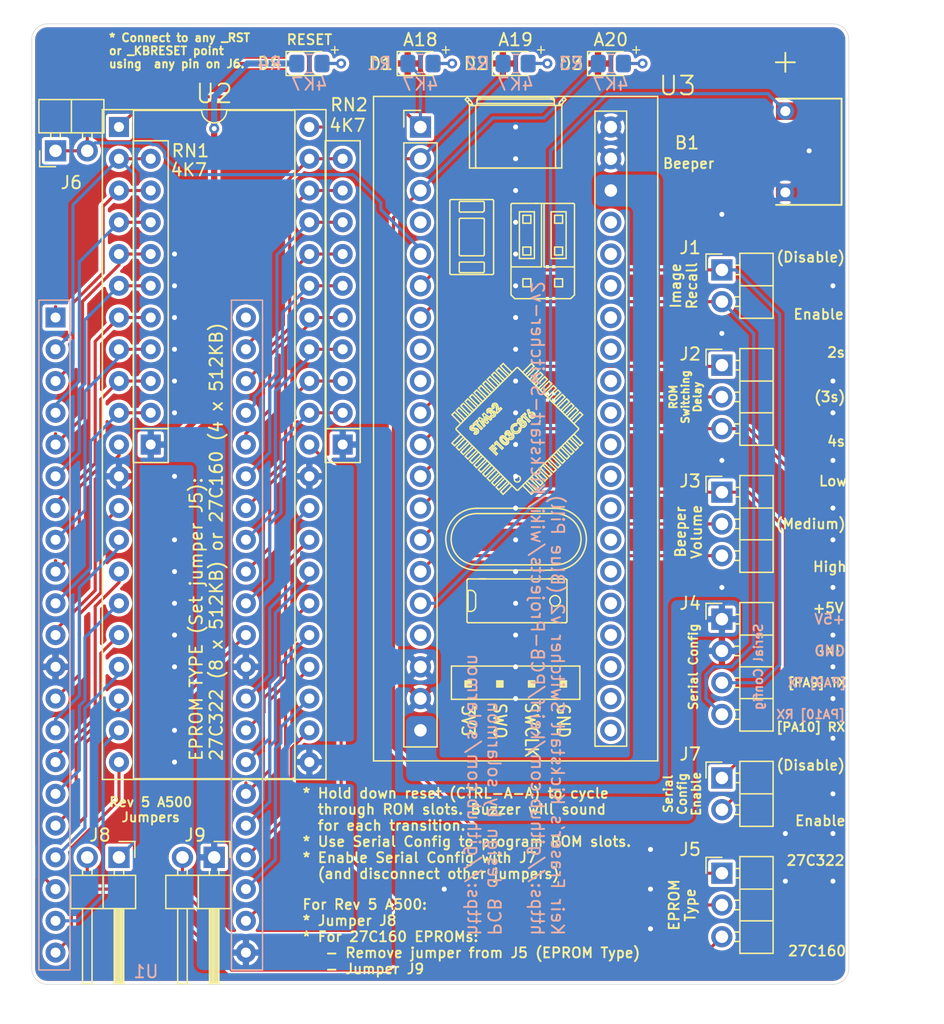
<source format=kicad_pcb>
(kicad_pcb (version 20171130) (host pcbnew "(5.1.9)-1")
  (title_block (title "Blue Pill Kickstart Switcher") (date 2021-09-04) (rev 2) (comment 1 "Keir Fraser's Kickstart Switcher v2 (Blue Pill)") (comment 2 https://github.com/keirf/PCB-Projects/wiki/Kickstart-Switcher-v2) (comment 3 "PCB design by solarmon") (comment 4 https://github.com/solarmon))
  (layers (0 F.Cu signal) (31 B.Cu signal) (34 B.Paste user) (35 F.Paste user) (36 B.SilkS user) (37 F.SilkS user) (38 B.Mask user) (39 F.Mask user) (44 Edge.Cuts user))
  (net 0 "")
  (net 1 "Net-(U1-Pad42)")
  (net 2 D11)
  (net 3 A8)
  (net 4 D3)
  (net 5 A9)
  (net 6 D10)
  (net 7 A10)
  (net 8 D2)
  (net 9 A11)
  (net 10 D9)
  (net 11 A12)
  (net 12 D1)
  (net 13 A13)
  (net 14 D8)
  (net 15 A14)
  (net 16 D0)
  (net 17 A15)
  (net 18 OE)
  (net 19 A16)
  (net 20 GND)
  (net 21 CS)
  (net 22 A0)
  (net 23 D15)
  (net 24 A1)
  (net 25 D7)
  (net 26 A2)
  (net 27 D14)
  (net 28 A3)
  (net 29 D6)
  (net 30 A4)
  (net 31 D13)
  (net 32 A5)
  (net 33 D5)
  (net 34 A6)
  (net 35 D12)
  (net 36 A7)
  (net 37 D4)
  (net 38 A17)
  (net 39 "Net-(U1-Pad1)")
  (net 40 "Net-(U3-Pad37)")
  (net 41 "Net-(U3-Pad4)")
  (net 42 "Net-(U3-Pad36)")
  (net 43 "Net-(U3-Pad35)")
  (net 44 "Net-(U3-Pad34)")
  (net 45 "Net-(U3-Pad33)")
  (net 46 "Net-(U3-Pad8)")
  (net 47 "Net-(U3-Pad32)")
  (net 48 "Net-(U3-Pad9)")
  (net 49 "Net-(U3-Pad31)")
  (net 50 "Net-(U3-Pad30)")
  (net 51 "Net-(U3-Pad29)")
  (net 52 "Net-(U3-Pad28)")
  (net 53 "Net-(U3-Pad27)")
  (net 54 "Net-(U3-Pad26)")
  (net 55 "Net-(U3-Pad25)")
  (net 56 "Net-(U3-Pad24)")
  (net 57 "Net-(U3-Pad23)")
  (net 58 "Net-(U3-Pad22)")
  (net 59 "Net-(U3-Pad21)")
  (net 60 +5V)
  (net 61 +3V3)
  (net 62 PA10)
  (net 63 PA9)
  (net 64 PB4)
  (net 65 PB3)
  (net 66 PA15)
  (net 67 PB7)
  (net 68 PB6)
  (net 69 PB5)
  (net 70 PB9)
  (net 71 A20)
  (net 72 EPROM_PIN32_A20)
  (net 73 EPROM_PIN42_A19)
  (net 74 EPROM_PIN1_A18)
  (net 75 PB8)
  (net 76 PA8)
  (net 77 PB14_A20)
  (net 78 "Net-(D1-Pad2)")
  (net 79 "Net-(D2-Pad2)")
  (net 80 "Net-(D3-Pad2)")
  (net 81 "Net-(D4-Pad2)")
  (module Resistor_SMD:R_0805_2012Metric_Pad1.20x1.40mm_HandSolder (layer B.Cu) (at 139.7 71.12 180)
    (fp_text reference R4 (at 3.175 0) (layer B.SilkS) (effects (justify mirror)))
    (fp_text value 4K7 (at 0 -1.65) (layer B.SilkS) (effects (justify mirror)))
    (pad 2 smd roundrect (at 1 0 180) (size 1.2 1.4) (layers B.Cu B.Paste B.Mask) (roundrect_rratio 0.2083325) (net 60 +5V))
    (pad 1 smd roundrect (at -1 0 180) (size 1.2 1.4) (layers B.Cu B.Paste B.Mask) (roundrect_rratio 0.2083325) (net 81 "Net-(D4-Pad2)"))
  )
  (module LED_SMD:LED_0805_2012Metric_Pad1.15x1.40mm_HandSolder (layer F.Cu) (at 139.7 71.12)
    (fp_text reference D4 (at -3.175 0) (layer F.SilkS))
    (fp_text value LED)
    (pad 2 smd roundrect (at 1.025 0) (size 1.15 1.4) (layers F.Cu F.Paste F.Mask) (roundrect_rratio 0.2173904347826087) (net 81 "Net-(D4-Pad2)"))
    (pad 1 smd roundrect (at -1.025 0) (size 1.15 1.4) (layers F.Cu F.Paste F.Mask) (roundrect_rratio 0.2173904347826087) (net 76 PA8))
  )
  (module Resistor_THT:R_Array_SIP10 (layer F.Cu) (at 142.367 101.6 90)
    (fp_text reference RN2 (at 27.178 0.508 180) (layer F.SilkS))
    (fp_text value 4K7 (at 25.527 0.381 180) (layer F.SilkS))
    (pad 10 thru_hole oval (at 22.86 0 90) (size 1.6 1.6) (drill 0.8) (layers *.Cu *.Mask) (net 3 A8))
    (pad 9 thru_hole oval (at 20.32 0 90) (size 1.6 1.6) (drill 0.8) (layers *.Cu *.Mask) (net 5 A9))
    (pad 8 thru_hole oval (at 17.78 0 90) (size 1.6 1.6) (drill 0.8) (layers *.Cu *.Mask) (net 7 A10))
    (pad 7 thru_hole oval (at 15.24 0 90) (size 1.6 1.6) (drill 0.8) (layers *.Cu *.Mask) (net 9 A11))
    (pad 6 thru_hole oval (at 12.7 0 90) (size 1.6 1.6) (drill 0.8) (layers *.Cu *.Mask) (net 11 A12))
    (pad 5 thru_hole oval (at 10.16 0 90) (size 1.6 1.6) (drill 0.8) (layers *.Cu *.Mask) (net 13 A13))
    (pad 4 thru_hole oval (at 7.62 0 90) (size 1.6 1.6) (drill 0.8) (layers *.Cu *.Mask) (net 15 A14))
    (pad 3 thru_hole oval (at 5.08 0 90) (size 1.6 1.6) (drill 0.8) (layers *.Cu *.Mask) (net 17 A15))
    (pad 2 thru_hole oval (at 2.54 0 90) (size 1.6 1.6) (drill 0.8) (layers *.Cu *.Mask) (net 19 A16))
    (pad 1 thru_hole rect (at 0 0 90) (size 1.6 1.6) (drill 0.8) (layers *.Cu *.Mask) (net 60 +5V))
  )
  (module Resistor_THT:R_Array_SIP10 (layer F.Cu) (at 127 101.6 90)
    (fp_text reference RN1 (at 23.495 3.175 180) (layer F.SilkS))
    (fp_text value 4K7 (at 21.971 3.048 180) (layer F.SilkS))
    (pad 1 thru_hole rect (at 0 0 90) (size 1.6 1.6) (drill 0.8) (layers *.Cu *.Mask) (net 60 +5V))
    (pad 2 thru_hole oval (at 2.54 0 90) (size 1.6 1.6) (drill 0.8) (layers *.Cu *.Mask) (net 22 A0))
    (pad 3 thru_hole oval (at 5.08 0 90) (size 1.6 1.6) (drill 0.8) (layers *.Cu *.Mask) (net 24 A1))
    (pad 4 thru_hole oval (at 7.62 0 90) (size 1.6 1.6) (drill 0.8) (layers *.Cu *.Mask) (net 26 A2))
    (pad 5 thru_hole oval (at 10.16 0 90) (size 1.6 1.6) (drill 0.8) (layers *.Cu *.Mask) (net 28 A3))
    (pad 6 thru_hole oval (at 12.7 0 90) (size 1.6 1.6) (drill 0.8) (layers *.Cu *.Mask) (net 30 A4))
    (pad 7 thru_hole oval (at 15.24 0 90) (size 1.6 1.6) (drill 0.8) (layers *.Cu *.Mask) (net 32 A5))
    (pad 8 thru_hole oval (at 17.78 0 90) (size 1.6 1.6) (drill 0.8) (layers *.Cu *.Mask) (net 34 A6))
    (pad 9 thru_hole oval (at 20.32 0 90) (size 1.6 1.6) (drill 0.8) (layers *.Cu *.Mask) (net 36 A7))
    (pad 10 thru_hole oval (at 22.86 0 90) (size 1.6 1.6) (drill 0.8) (layers *.Cu *.Mask) (net 38 A17))
  )
  (module Connector_PinHeader_2.54mm:PinHeader_1x02_P2.54mm_Horizontal (layer F.Cu) (at 132.08 134.62 270)
    (fp_text reference J9 (at -1.778 1.524 180) (layer F.SilkS))
    (fp_text value Conn_01x02)
    (pad 2 thru_hole oval (at 0 2.54 270) (size 1.7 1.7) (drill 1) (layers *.Cu *.Mask) (net 72 EPROM_PIN32_A20))
    (pad 1 thru_hole rect (at 0 0 270) (size 1.7 1.7) (drill 1) (layers *.Cu *.Mask) (net 60 +5V))
  )
  (module Connector_PinHeader_2.54mm:PinHeader_1x02_P2.54mm_Horizontal (layer F.Cu) (at 124.46 134.62 270)
    (fp_text reference J8 (at -1.778 1.524 180) (layer F.SilkS))
    (fp_text value Conn_01x02)
    (pad 2 thru_hole oval (at 0 2.54 270) (size 1.7 1.7) (drill 1) (layers *.Cu *.Mask) (net 71 A20))
    (pad 1 thru_hole rect (at 0 0 270) (size 1.7 1.7) (drill 1) (layers *.Cu *.Mask) (net 38 A17))
  )
  (module Resistor_SMD:R_0805_2012Metric_Pad1.20x1.40mm_HandSolder (layer B.Cu) (at 163.83 71.12 180)
    (fp_text reference R3 (at 3.175 0 180) (layer B.SilkS) (effects (justify mirror)))
    (fp_text value 4K7 (at 0 -1.65) (layer B.SilkS) (effects (justify mirror)))
    (pad 2 smd roundrect (at 1 0 180) (size 1.2 1.4) (layers B.Cu B.Paste B.Mask) (roundrect_rratio 0.2083325) (net 77 PB14_A20))
    (pad 1 smd roundrect (at -1 0 180) (size 1.2 1.4) (layers B.Cu B.Paste B.Mask) (roundrect_rratio 0.2083325) (net 80 "Net-(D3-Pad2)"))
  )
  (module Resistor_SMD:R_0805_2012Metric_Pad1.20x1.40mm_HandSolder (layer B.Cu) (at 156.21 71.12 180)
    (fp_text reference R2 (at 3.048 0 180) (layer B.SilkS) (effects (justify mirror)))
    (fp_text value 4K7 (at 0 -1.65) (layer B.SilkS) (effects (justify mirror)))
    (pad 2 smd roundrect (at 1 0 180) (size 1.2 1.4) (layers B.Cu B.Paste B.Mask) (roundrect_rratio 0.2083325) (net 73 EPROM_PIN42_A19))
    (pad 1 smd roundrect (at -1 0 180) (size 1.2 1.4) (layers B.Cu B.Paste B.Mask) (roundrect_rratio 0.2083325) (net 79 "Net-(D2-Pad2)"))
  )
  (module Resistor_SMD:R_0805_2012Metric_Pad1.20x1.40mm_HandSolder (layer B.Cu) (at 148.59 71.12 180)
    (fp_text reference R1 (at 3.302 0) (layer B.SilkS) (effects (justify mirror)))
    (fp_text value 4K7 (at 0 -1.65) (layer B.SilkS) (effects (justify mirror)))
    (pad 2 smd roundrect (at 1 0 180) (size 1.2 1.4) (layers B.Cu B.Paste B.Mask) (roundrect_rratio 0.2083325) (net 74 EPROM_PIN1_A18))
    (pad 1 smd roundrect (at -1 0 180) (size 1.2 1.4) (layers B.Cu B.Paste B.Mask) (roundrect_rratio 0.2083325) (net 78 "Net-(D1-Pad2)"))
  )
  (module LED_SMD:LED_0805_2012Metric_Pad1.15x1.40mm_HandSolder (layer F.Cu) (at 163.83 71.12)
    (fp_text reference D3 (at -3.175 0) (layer F.SilkS))
    (fp_text value LED)
    (pad 2 smd roundrect (at 1.025 0) (size 1.15 1.4) (layers F.Cu F.Paste F.Mask) (roundrect_rratio 0.2173904347826087) (net 80 "Net-(D3-Pad2)"))
    (pad 1 smd roundrect (at -1.025 0) (size 1.15 1.4) (layers F.Cu F.Paste F.Mask) (roundrect_rratio 0.2173904347826087) (net 20 GND))
  )
  (module LED_SMD:LED_0805_2012Metric_Pad1.15x1.40mm_HandSolder (layer F.Cu) (at 156.21 71.12)
    (fp_text reference D2 (at -3.175 0) (layer F.SilkS))
    (fp_text value LED)
    (pad 2 smd roundrect (at 1.025 0) (size 1.15 1.4) (layers F.Cu F.Paste F.Mask) (roundrect_rratio 0.2173904347826087) (net 79 "Net-(D2-Pad2)"))
    (pad 1 smd roundrect (at -1.025 0) (size 1.15 1.4) (layers F.Cu F.Paste F.Mask) (roundrect_rratio 0.2173904347826087) (net 20 GND))
  )
  (module LED_SMD:LED_0805_2012Metric_Pad1.15x1.40mm_HandSolder (layer F.Cu) (at 148.59 71.12)
    (fp_text reference D1 (at -3.175 0) (layer F.SilkS))
    (fp_text value LED)
    (pad 2 smd roundrect (at 1.025 0) (size 1.15 1.4) (layers F.Cu F.Paste F.Mask) (roundrect_rratio 0.2173904347826087) (net 78 "Net-(D1-Pad2)"))
    (pad 1 smd roundrect (at -1.025 0) (size 1.15 1.4) (layers F.Cu F.Paste F.Mask) (roundrect_rratio 0.2173904347826087) (net 20 GND))
  )
  (module Connector_PinHeader_2.54mm:PinHeader_1x02_P2.54mm_Horizontal (layer F.Cu) (at 119.38 78.105 90)
    (fp_text reference J6 (at -2.54 1.27) (layer F.SilkS))
    (fp_text value Conn_01x02)
    (pad 2 thru_hole oval (at 0 2.54 90) (size 1.7 1.7) (drill 1) (layers *.Cu *.Mask) (net 76 PA8))
    (pad 1 thru_hole rect (at 0 0 90) (size 1.7 1.7) (drill 1) (layers *.Cu *.Mask) (net 76 PA8))
  )
  (module Kicad-STM32-master:YAAJ_BluePill_1 (layer F.Cu) (at 148.59 76.2)
    (fp_text reference U3 (at 20.574 -3.302) (layer F.SilkS) (effects (font (size 1.5 1.5))))
    (fp_text value YAAJ_BluePill_Part_Like hide)
    (fp_text user 3V3 (at 3.81 47.498 270 unlocked) (layer F.SilkS) (effects (font (size 1 0.9))))
    (fp_text user SWO (at 6.35 47.498 270 unlocked) (layer F.SilkS) (effects (font (size 1 0.9))))
    (fp_text user SWCLK (at 8.89 48.26 270 unlocked) (layer F.SilkS) (effects (font (size 1 0.9))))
    (fp_text user GND (at 11.43 47.498 270 unlocked) (layer F.SilkS) (effects (font (size 1 0.9))))
    (pad 40 thru_hole circle (at 15.24 0) (size 1.7 1.7) (drill 1) (layers *.Cu *.Mask) (net 20 GND))
    (pad 1 thru_hole rect (at 0 0) (size 1.7 1.7) (drill 1) (layers *.Cu *.Mask) (net 74 EPROM_PIN1_A18))
    (pad 39 thru_hole circle (at 15.24 2.54) (size 1.7 1.7) (drill 1) (layers *.Cu *.Mask) (net 20 GND))
    (pad 2 thru_hole circle (at 0 2.54) (size 1.7 1.7) (drill 1) (layers *.Cu *.Mask) (net 73 EPROM_PIN42_A19))
    (pad 38 thru_hole circle (at 15.24 5.08) (size 1.7 1.7) (drill 1) (layers *.Cu *.Mask) (net 61 +3V3))
    (pad 3 thru_hole circle (at 0 5.08) (size 1.7 1.7) (drill 1) (layers *.Cu *.Mask) (net 77 PB14_A20))
    (pad 37 thru_hole circle (at 15.24 7.62) (size 1.7 1.7) (drill 1) (layers *.Cu *.Mask) (net 40 "Net-(U3-Pad37)"))
    (pad 4 thru_hole circle (at 0 7.62) (size 1.7 1.7) (drill 1) (layers *.Cu *.Mask) (net 41 "Net-(U3-Pad4)"))
    (pad 36 thru_hole circle (at 15.24 10.16) (size 1.7 1.7) (drill 1) (layers *.Cu *.Mask) (net 42 "Net-(U3-Pad36)"))
    (pad 5 thru_hole circle (at 0 10.16) (size 1.7 1.7) (drill 1) (layers *.Cu *.Mask) (net 76 PA8))
    (pad 35 thru_hole circle (at 15.24 12.7) (size 1.7 1.7) (drill 1) (layers *.Cu *.Mask) (net 43 "Net-(U3-Pad35)"))
    (pad 6 thru_hole circle (at 0 12.7) (size 1.7 1.7) (drill 1) (layers *.Cu *.Mask) (net 63 PA9))
    (pad 34 thru_hole circle (at 15.24 15.24) (size 1.7 1.7) (drill 1) (layers *.Cu *.Mask) (net 44 "Net-(U3-Pad34)"))
    (pad 7 thru_hole circle (at 0 15.24) (size 1.7 1.7) (drill 1) (layers *.Cu *.Mask) (net 62 PA10))
    (pad 33 thru_hole circle (at 15.24 17.78) (size 1.7 1.7) (drill 1) (layers *.Cu *.Mask) (net 45 "Net-(U3-Pad33)"))
    (pad 8 thru_hole circle (at 0 17.78) (size 1.7 1.7) (drill 1) (layers *.Cu *.Mask) (net 46 "Net-(U3-Pad8)"))
    (pad 32 thru_hole circle (at 15.24 20.32) (size 1.7 1.7) (drill 1) (layers *.Cu *.Mask) (net 47 "Net-(U3-Pad32)"))
    (pad 9 thru_hole circle (at 0 20.32) (size 1.7 1.7) (drill 1) (layers *.Cu *.Mask) (net 48 "Net-(U3-Pad9)"))
    (pad 31 thru_hole circle (at 15.24 22.86) (size 1.7 1.7) (drill 1) (layers *.Cu *.Mask) (net 49 "Net-(U3-Pad31)"))
    (pad 10 thru_hole circle (at 0 22.86) (size 1.7 1.7) (drill 1) (layers *.Cu *.Mask) (net 66 PA15))
    (pad 30 thru_hole circle (at 15.24 25.4) (size 1.7 1.7) (drill 1) (layers *.Cu *.Mask) (net 50 "Net-(U3-Pad30)"))
    (pad 11 thru_hole circle (at 0 25.4) (size 1.7 1.7) (drill 1) (layers *.Cu *.Mask) (net 65 PB3))
    (pad 29 thru_hole circle (at 15.24 27.94) (size 1.7 1.7) (drill 1) (layers *.Cu *.Mask) (net 51 "Net-(U3-Pad29)"))
    (pad 12 thru_hole circle (at 0 27.94) (size 1.7 1.7) (drill 1) (layers *.Cu *.Mask) (net 64 PB4))
    (pad 28 thru_hole circle (at 15.24 30.48) (size 1.7 1.7) (drill 1) (layers *.Cu *.Mask) (net 52 "Net-(U3-Pad28)"))
    (pad 13 thru_hole circle (at 0 30.48) (size 1.7 1.7) (drill 1) (layers *.Cu *.Mask) (net 69 PB5))
    (pad 27 thru_hole circle (at 15.24 33.02) (size 1.7 1.7) (drill 1) (layers *.Cu *.Mask) (net 53 "Net-(U3-Pad27)"))
    (pad 14 thru_hole circle (at 0 33.02) (size 1.7 1.7) (drill 1) (layers *.Cu *.Mask) (net 68 PB6))
    (pad 26 thru_hole circle (at 15.24 35.56) (size 1.7 1.7) (drill 1) (layers *.Cu *.Mask) (net 54 "Net-(U3-Pad26)"))
    (pad 15 thru_hole circle (at 0 35.56) (size 1.7 1.7) (drill 1) (layers *.Cu *.Mask) (net 67 PB7))
    (pad 25 thru_hole circle (at 15.24 38.1) (size 1.7 1.7) (drill 1) (layers *.Cu *.Mask) (net 55 "Net-(U3-Pad25)"))
    (pad 16 thru_hole circle (at 0 38.1) (size 1.7 1.7) (drill 1) (layers *.Cu *.Mask) (net 75 PB8))
    (pad 24 thru_hole circle (at 15.24 40.64) (size 1.7 1.7) (drill 1) (layers *.Cu *.Mask) (net 56 "Net-(U3-Pad24)"))
    (pad 17 thru_hole circle (at 0 40.64) (size 1.7 1.7) (drill 1) (layers *.Cu *.Mask) (net 70 PB9))
    (pad 23 thru_hole circle (at 15.24 43.18) (size 1.7 1.7) (drill 1) (layers *.Cu *.Mask) (net 57 "Net-(U3-Pad23)"))
    (pad 18 thru_hole circle (at 0 43.18) (size 1.7 1.7) (drill 1) (layers *.Cu *.Mask) (net 60 +5V))
    (pad 22 thru_hole circle (at 15.24 45.72) (size 1.7 1.7) (drill 1) (layers *.Cu *.Mask) (net 58 "Net-(U3-Pad22)"))
    (pad 19 thru_hole circle (at 0 45.72) (size 1.7 1.7) (drill 1) (layers *.Cu *.Mask) (net 20 GND))
    (pad 21 thru_hole circle (at 15.24 48.26) (size 1.7 1.7) (drill 1) (layers *.Cu *.Mask) (net 59 "Net-(U3-Pad21)"))
    (pad 20 thru_hole circle (at 0 48.26) (size 1.7 1.7) (drill 1) (layers *.Cu *.Mask) (net 61 +3V3))
  )
  (module Connector_PinHeader_2.54mm:PinHeader_1x02_P2.54mm_Horizontal (layer F.Cu) (at 172.72 128.27)
    (fp_text reference J7 (at -2.54 -1.905) (layer F.SilkS))
    (fp_text value Conn_01x02)
    (pad 2 thru_hole oval (at 0 2.54) (size 1.7 1.7) (drill 1) (layers *.Cu *.Mask) (net 64 PB4))
    (pad 1 thru_hole rect (at 0 0) (size 1.7 1.7) (drill 1) (layers *.Cu *.Mask) (net 69 PB5))
  )
  (module Connector_PinHeader_2.54mm:PinHeader_1x03_P2.54mm_Horizontal (layer F.Cu) (at 172.72 135.89)
    (fp_text reference J5 (at -2.54 -1.905) (layer F.SilkS))
    (fp_text value Conn_01x03)
    (pad 3 thru_hole oval (at 0 5.08) (size 1.7 1.7) (drill 1) (layers *.Cu *.Mask) (net 71 A20))
    (pad 2 thru_hole oval (at 0 2.54) (size 1.7 1.7) (drill 1) (layers *.Cu *.Mask) (net 72 EPROM_PIN32_A20))
    (pad 1 thru_hole rect (at 0 0) (size 1.7 1.7) (drill 1) (layers *.Cu *.Mask) (net 77 PB14_A20))
  )
  (module Connector_PinHeader_2.54mm:PinHeader_1x04_P2.54mm_Horizontal (layer F.Cu) (at 172.72 115.57)
    (fp_text reference J4 (at -2.54 -1.27) (layer F.SilkS))
    (fp_text value Conn_01x04)
    (pad 4 thru_hole oval (at 0 7.62) (size 1.7 1.7) (drill 1) (layers *.Cu *.Mask) (net 62 PA10))
    (pad 3 thru_hole oval (at 0 5.08) (size 1.7 1.7) (drill 1) (layers *.Cu *.Mask) (net 63 PA9))
    (pad 2 thru_hole oval (at 0 2.54) (size 1.7 1.7) (drill 1) (layers *.Cu *.Mask) (net 20 GND))
    (pad 1 thru_hole rect (at 0 0) (size 1.7 1.7) (drill 1) (layers *.Cu *.Mask) (net 60 +5V))
  )
  (module Connector_PinHeader_2.54mm:PinHeader_1x03_P2.54mm_Horizontal (layer F.Cu) (at 172.72 105.41)
    (fp_text reference J3 (at -2.54 -0.889) (layer F.SilkS))
    (fp_text value Conn_01x03)
    (pad 3 thru_hole oval (at 0 5.08) (size 1.7 1.7) (drill 1) (layers *.Cu *.Mask) (net 67 PB7))
    (pad 2 thru_hole oval (at 0 2.54) (size 1.7 1.7) (drill 1) (layers *.Cu *.Mask) (net 68 PB6))
    (pad 1 thru_hole rect (at 0 0) (size 1.7 1.7) (drill 1) (layers *.Cu *.Mask) (net 69 PB5))
  )
  (module Connector_PinHeader_2.54mm:PinHeader_1x03_P2.54mm_Horizontal (layer F.Cu) (at 172.72 95.25)
    (fp_text reference J2 (at -2.54 -0.889) (layer F.SilkS))
    (fp_text value Conn_01x03)
    (pad 3 thru_hole oval (at 0 5.08) (size 1.7 1.7) (drill 1) (layers *.Cu *.Mask) (net 64 PB4))
    (pad 2 thru_hole oval (at 0 2.54) (size 1.7 1.7) (drill 1) (layers *.Cu *.Mask) (net 65 PB3))
    (pad 1 thru_hole rect (at 0 0) (size 1.7 1.7) (drill 1) (layers *.Cu *.Mask) (net 66 PA15))
  )
  (module Connector_PinHeader_2.54mm:PinHeader_1x02_P2.54mm_Horizontal (layer F.Cu) (at 172.72 87.63)
    (fp_text reference J1 (at -2.54 -1.778) (layer F.SilkS))
    (fp_text value Conn_01x02)
    (pad 2 thru_hole oval (at 0 2.54) (size 1.7 1.7) (drill 1) (layers *.Cu *.Mask) (net 62 PA10))
    (pad 1 thru_hole rect (at 0 0) (size 1.7 1.7) (drill 1) (layers *.Cu *.Mask) (net 63 PA9))
  )
  (module OpenFlops:Buzzer (layer F.Cu) (at 177.8 74.93 270)
    (fp_text reference B1 (at 2.54 7.874 180) (layer F.SilkS))
    (fp_text value Conn_01x02)
    (pad 2 smd rect (at 6.5 -1.75 270) (size 1.4 5) (layers F.Cu F.Mask) (net 20 GND))
    (pad 1 smd rect (at 0 -1.75 270) (size 1.4 5) (layers F.Cu F.Mask) (net 75 PB8))
    (pad 2 thru_hole circle (at 6.5 0 270) (size 1.4 1.4) (drill 0.8) (layers *.Cu *.Mask) (net 20 GND))
    (pad 1 thru_hole circle (at 0 0 270) (size 1.4 1.4) (drill 0.8) (layers *.Cu *.Mask) (net 75 PB8))
  )
  (module Package_DIP:DIP-42_W15.24mm_Socket (layer F.Cu) (at 124.46 76.2)
    (fp_text reference U2 (at 7.62 -2.667) (layer F.SilkS) (effects (font (size 1.5 1.5))))
    (fp_text value Conn_02x21_Counter_Clockwise)
    (pad 42 thru_hole oval (at 15.24 0) (size 1.6 1.6) (drill 0.8) (layers *.Cu *.Mask) (net 73 EPROM_PIN42_A19))
    (pad 21 thru_hole oval (at 0 50.8) (size 1.6 1.6) (drill 0.8) (layers *.Cu *.Mask) (net 2 D11))
    (pad 41 thru_hole oval (at 15.24 2.54) (size 1.6 1.6) (drill 0.8) (layers *.Cu *.Mask) (net 3 A8))
    (pad 20 thru_hole oval (at 0 48.26) (size 1.6 1.6) (drill 0.8) (layers *.Cu *.Mask) (net 4 D3))
    (pad 40 thru_hole oval (at 15.24 5.08) (size 1.6 1.6) (drill 0.8) (layers *.Cu *.Mask) (net 5 A9))
    (pad 19 thru_hole oval (at 0 45.72) (size 1.6 1.6) (drill 0.8) (layers *.Cu *.Mask) (net 6 D10))
    (pad 39 thru_hole oval (at 15.24 7.62) (size 1.6 1.6) (drill 0.8) (layers *.Cu *.Mask) (net 7 A10))
    (pad 18 thru_hole oval (at 0 43.18) (size 1.6 1.6) (drill 0.8) (layers *.Cu *.Mask) (net 8 D2))
    (pad 38 thru_hole oval (at 15.24 10.16) (size 1.6 1.6) (drill 0.8) (layers *.Cu *.Mask) (net 9 A11))
    (pad 17 thru_hole oval (at 0 40.64) (size 1.6 1.6) (drill 0.8) (layers *.Cu *.Mask) (net 10 D9))
    (pad 37 thru_hole oval (at 15.24 12.7) (size 1.6 1.6) (drill 0.8) (layers *.Cu *.Mask) (net 11 A12))
    (pad 16 thru_hole oval (at 0 38.1) (size 1.6 1.6) (drill 0.8) (layers *.Cu *.Mask) (net 12 D1))
    (pad 36 thru_hole oval (at 15.24 15.24) (size 1.6 1.6) (drill 0.8) (layers *.Cu *.Mask) (net 13 A13))
    (pad 15 thru_hole oval (at 0 35.56) (size 1.6 1.6) (drill 0.8) (layers *.Cu *.Mask) (net 14 D8))
    (pad 35 thru_hole oval (at 15.24 17.78) (size 1.6 1.6) (drill 0.8) (layers *.Cu *.Mask) (net 15 A14))
    (pad 14 thru_hole oval (at 0 33.02) (size 1.6 1.6) (drill 0.8) (layers *.Cu *.Mask) (net 16 D0))
    (pad 34 thru_hole oval (at 15.24 20.32) (size 1.6 1.6) (drill 0.8) (layers *.Cu *.Mask) (net 17 A15))
    (pad 13 thru_hole oval (at 0 30.48) (size 1.6 1.6) (drill 0.8) (layers *.Cu *.Mask) (net 18 OE))
    (pad 33 thru_hole oval (at 15.24 22.86) (size 1.6 1.6) (drill 0.8) (layers *.Cu *.Mask) (net 19 A16))
    (pad 12 thru_hole oval (at 0 27.94) (size 1.6 1.6) (drill 0.8) (layers *.Cu *.Mask) (net 20 GND))
    (pad 32 thru_hole oval (at 15.24 25.4) (size 1.6 1.6) (drill 0.8) (layers *.Cu *.Mask) (net 72 EPROM_PIN32_A20))
    (pad 11 thru_hole oval (at 0 25.4) (size 1.6 1.6) (drill 0.8) (layers *.Cu *.Mask) (net 21 CS))
    (pad 31 thru_hole oval (at 15.24 27.94) (size 1.6 1.6) (drill 0.8) (layers *.Cu *.Mask) (net 20 GND))
    (pad 10 thru_hole oval (at 0 22.86) (size 1.6 1.6) (drill 0.8) (layers *.Cu *.Mask) (net 22 A0))
    (pad 30 thru_hole oval (at 15.24 30.48) (size 1.6 1.6) (drill 0.8) (layers *.Cu *.Mask) (net 23 D15))
    (pad 9 thru_hole oval (at 0 20.32) (size 1.6 1.6) (drill 0.8) (layers *.Cu *.Mask) (net 24 A1))
    (pad 29 thru_hole oval (at 15.24 33.02) (size 1.6 1.6) (drill 0.8) (layers *.Cu *.Mask) (net 25 D7))
    (pad 8 thru_hole oval (at 0 17.78) (size 1.6 1.6) (drill 0.8) (layers *.Cu *.Mask) (net 26 A2))
    (pad 28 thru_hole oval (at 15.24 35.56) (size 1.6 1.6) (drill 0.8) (layers *.Cu *.Mask) (net 27 D14))
    (pad 7 thru_hole oval (at 0 15.24) (size 1.6 1.6) (drill 0.8) (layers *.Cu *.Mask) (net 28 A3))
    (pad 27 thru_hole oval (at 15.24 38.1) (size 1.6 1.6) (drill 0.8) (layers *.Cu *.Mask) (net 29 D6))
    (pad 6 thru_hole oval (at 0 12.7) (size 1.6 1.6) (drill 0.8) (layers *.Cu *.Mask) (net 30 A4))
    (pad 26 thru_hole oval (at 15.24 40.64) (size 1.6 1.6) (drill 0.8) (layers *.Cu *.Mask) (net 31 D13))
    (pad 5 thru_hole oval (at 0 10.16) (size 1.6 1.6) (drill 0.8) (layers *.Cu *.Mask) (net 32 A5))
    (pad 25 thru_hole oval (at 15.24 43.18) (size 1.6 1.6) (drill 0.8) (layers *.Cu *.Mask) (net 33 D5))
    (pad 4 thru_hole oval (at 0 7.62) (size 1.6 1.6) (drill 0.8) (layers *.Cu *.Mask) (net 34 A6))
    (pad 24 thru_hole oval (at 15.24 45.72) (size 1.6 1.6) (drill 0.8) (layers *.Cu *.Mask) (net 35 D12))
    (pad 3 thru_hole oval (at 0 5.08) (size 1.6 1.6) (drill 0.8) (layers *.Cu *.Mask) (net 36 A7))
    (pad 23 thru_hole oval (at 15.24 48.26) (size 1.6 1.6) (drill 0.8) (layers *.Cu *.Mask) (net 37 D4))
    (pad 2 thru_hole oval (at 0 2.54) (size 1.6 1.6) (drill 0.8) (layers *.Cu *.Mask) (net 38 A17))
    (pad 22 thru_hole oval (at 15.24 50.8) (size 1.6 1.6) (drill 0.8) (layers *.Cu *.Mask) (net 60 +5V))
    (pad 1 thru_hole rect (at 0 0) (size 1.6 1.6) (drill 0.8) (layers *.Cu *.Mask) (net 74 EPROM_PIN1_A18))
  )
  (module solarmon_library:DIP-42_W15.24mm_Pin_Header_Bottom (layer F.Cu) (at 119.38 91.44)
    (fp_text reference U1 (at 7.239 52.324) (layer B.SilkS) (effects (justify mirror)))
    (fp_text value Conn_02x21_Counter_Clockwise)
    (pad 42 thru_hole oval (at 15.24 0) (size 1.6 1.6) (drill 0.8) (layers *.Cu *.Mask) (net 1 "Net-(U1-Pad42)"))
    (pad 21 thru_hole oval (at 0 50.8) (size 1.6 1.6) (drill 0.8) (layers *.Cu *.Mask) (net 2 D11))
    (pad 41 thru_hole oval (at 15.24 2.54) (size 1.6 1.6) (drill 0.8) (layers *.Cu *.Mask) (net 3 A8))
    (pad 20 thru_hole oval (at 0 48.26) (size 1.6 1.6) (drill 0.8) (layers *.Cu *.Mask) (net 4 D3))
    (pad 40 thru_hole oval (at 15.24 5.08) (size 1.6 1.6) (drill 0.8) (layers *.Cu *.Mask) (net 5 A9))
    (pad 19 thru_hole oval (at 0 45.72) (size 1.6 1.6) (drill 0.8) (layers *.Cu *.Mask) (net 6 D10))
    (pad 39 thru_hole oval (at 15.24 7.62) (size 1.6 1.6) (drill 0.8) (layers *.Cu *.Mask) (net 7 A10))
    (pad 18 thru_hole oval (at 0 43.18) (size 1.6 1.6) (drill 0.8) (layers *.Cu *.Mask) (net 8 D2))
    (pad 38 thru_hole oval (at 15.24 10.16) (size 1.6 1.6) (drill 0.8) (layers *.Cu *.Mask) (net 9 A11))
    (pad 17 thru_hole oval (at 0 40.64) (size 1.6 1.6) (drill 0.8) (layers *.Cu *.Mask) (net 10 D9))
    (pad 37 thru_hole oval (at 15.24 12.7) (size 1.6 1.6) (drill 0.8) (layers *.Cu *.Mask) (net 11 A12))
    (pad 16 thru_hole oval (at 0 38.1) (size 1.6 1.6) (drill 0.8) (layers *.Cu *.Mask) (net 12 D1))
    (pad 36 thru_hole oval (at 15.24 15.24) (size 1.6 1.6) (drill 0.8) (layers *.Cu *.Mask) (net 13 A13))
    (pad 15 thru_hole oval (at 0 35.56) (size 1.6 1.6) (drill 0.8) (layers *.Cu *.Mask) (net 14 D8))
    (pad 35 thru_hole oval (at 15.24 17.78) (size 1.6 1.6) (drill 0.8) (layers *.Cu *.Mask) (net 15 A14))
    (pad 14 thru_hole oval (at 0 33.02) (size 1.6 1.6) (drill 0.8) (layers *.Cu *.Mask) (net 16 D0))
    (pad 34 thru_hole oval (at 15.24 20.32) (size 1.6 1.6) (drill 0.8) (layers *.Cu *.Mask) (net 17 A15))
    (pad 13 thru_hole oval (at 0 30.48) (size 1.6 1.6) (drill 0.8) (layers *.Cu *.Mask) (net 18 OE))
    (pad 33 thru_hole oval (at 15.24 22.86) (size 1.6 1.6) (drill 0.8) (layers *.Cu *.Mask) (net 19 A16))
    (pad 12 thru_hole oval (at 0 27.94) (size 1.6 1.6) (drill 0.8) (layers *.Cu *.Mask) (net 20 GND))
    (pad 32 thru_hole oval (at 15.24 25.4) (size 1.6 1.6) (drill 0.8) (layers *.Cu *.Mask) (net 71 A20))
    (pad 11 thru_hole oval (at 0 25.4) (size 1.6 1.6) (drill 0.8) (layers *.Cu *.Mask) (net 21 CS))
    (pad 31 thru_hole oval (at 15.24 27.94) (size 1.6 1.6) (drill 0.8) (layers *.Cu *.Mask) (net 20 GND))
    (pad 10 thru_hole oval (at 0 22.86) (size 1.6 1.6) (drill 0.8) (layers *.Cu *.Mask) (net 22 A0))
    (pad 30 thru_hole oval (at 15.24 30.48) (size 1.6 1.6) (drill 0.8) (layers *.Cu *.Mask) (net 23 D15))
    (pad 9 thru_hole oval (at 0 20.32) (size 1.6 1.6) (drill 0.8) (layers *.Cu *.Mask) (net 24 A1))
    (pad 29 thru_hole oval (at 15.24 33.02) (size 1.6 1.6) (drill 0.8) (layers *.Cu *.Mask) (net 25 D7))
    (pad 8 thru_hole oval (at 0 17.78) (size 1.6 1.6) (drill 0.8) (layers *.Cu *.Mask) (net 26 A2))
    (pad 28 thru_hole oval (at 15.24 35.56) (size 1.6 1.6) (drill 0.8) (layers *.Cu *.Mask) (net 27 D14))
    (pad 7 thru_hole oval (at 0 15.24) (size 1.6 1.6) (drill 0.8) (layers *.Cu *.Mask) (net 28 A3))
    (pad 27 thru_hole oval (at 15.24 38.1) (size 1.6 1.6) (drill 0.8) (layers *.Cu *.Mask) (net 29 D6))
    (pad 6 thru_hole oval (at 0 12.7) (size 1.6 1.6) (drill 0.8) (layers *.Cu *.Mask) (net 30 A4))
    (pad 26 thru_hole oval (at 15.24 40.64) (size 1.6 1.6) (drill 0.8) (layers *.Cu *.Mask) (net 31 D13))
    (pad 5 thru_hole oval (at 0 10.16) (size 1.6 1.6) (drill 0.8) (layers *.Cu *.Mask) (net 32 A5))
    (pad 25 thru_hole oval (at 15.24 43.18) (size 1.6 1.6) (drill 0.8) (layers *.Cu *.Mask) (net 33 D5))
    (pad 4 thru_hole oval (at 0 7.62) (size 1.6 1.6) (drill 0.8) (layers *.Cu *.Mask) (net 34 A6))
    (pad 24 thru_hole oval (at 15.24 45.72) (size 1.6 1.6) (drill 0.8) (layers *.Cu *.Mask) (net 35 D12))
    (pad 3 thru_hole oval (at 0 5.08) (size 1.6 1.6) (drill 0.8) (layers *.Cu *.Mask) (net 36 A7))
    (pad 23 thru_hole oval (at 15.24 48.26) (size 1.6 1.6) (drill 0.8) (layers *.Cu *.Mask) (net 37 D4))
    (pad 2 thru_hole oval (at 0 2.54) (size 1.6 1.6) (drill 0.8) (layers *.Cu *.Mask) (net 38 A17))
    (pad 22 thru_hole oval (at 15.24 50.8) (size 1.6 1.6) (drill 0.8) (layers *.Cu *.Mask) (net 60 +5V))
    (pad 1 thru_hole rect (at 0 0) (size 1.6 1.6) (drill 0.8) (layers *.Cu *.Mask) (net 39 "Net-(U1-Pad1)"))
  )
  (gr_text RESET (at 139.7 69.215) (layer F.SilkS) (effects (font (size 0.8 0.8))))
  (gr_text + (at 141.732 69.977) (layer F.SilkS) (effects (font (size 0.75 0.75) (thickness 0.1))))
  (gr_text + (at 165.862 69.977) (layer F.SilkS) (effects (font (size 0.75 0.75) (thickness 0.1))))
  (gr_text + (at 158.242 69.977) (layer F.SilkS) (effects (font (size 0.75 0.75) (thickness 0.1))))
  (gr_text + (at 150.622 69.977) (layer F.SilkS) (effects (font (size 0.75 0.75) (thickness 0.1))))
  (gr_text "[PA10] RX" (at 179.832 123.19) (layer B.SilkS) (effects (font (size 0.7 0.7)) (justify mirror)))
  (gr_text "[PA9] TX" (at 180.34 120.65) (layer B.SilkS) (effects (font (size 0.7 0.7)) (justify mirror)))
  (gr_text GND (at 181.356 118.11) (layer B.SilkS) (effects (font (size 0.8 0.8)) (justify mirror)))
  (gr_text +5V (at 181.356 115.57) (layer B.SilkS) (effects (font (size 0.8 0.8)) (justify mirror)))
  (gr_text "Serial Config" (at 175.641 119.38 90) (layer B.SilkS) (effects (font (size 0.7 0.7)) (justify mirror)))
  (gr_text "* Connect to any _RST\nor _KBRESET point\nusing  any pin on J6." (at 123.571 70.104) (layer F.SilkS) (effects (font (size 0.65 0.65)) (justify left)))
  (gr_text "Rev 5 A500\nJumpers" (at 127 130.81) (layer F.SilkS) (effects (font (size 0.75 0.75))))
  (gr_text "For Rev 5 A500:\n* Jumper J8\n* For 27C160 EPROMs:\n   - Remove jumper from J5 (EPROM Type)\n   - Jumper J9" (at 139.065 140.97) (layer F.SilkS) (effects (font (size 0.8 0.8)) (justify left)))
  (gr_text A20 (at 163.83 69.215) (layer F.SilkS) (effects (font (size 1 1))))
  (gr_text A19 (at 156.21 69.215) (layer F.SilkS) (effects (font (size 1 1))))
  (gr_text A18 (at 148.59 69.215) (layer F.SilkS) (effects (font (size 1 1))))
  (gr_arc (start 118.745 143.51) (end 117.475 143.51) (angle -90) (layer Edge.Cuts) (width 0.05))
  (gr_arc (start 118.745 69.215) (end 118.745 67.945) (angle -90) (layer Edge.Cuts) (width 0.05))
  (gr_arc (start 181.61 69.215) (end 182.88 69.215) (angle -90) (layer Edge.Cuts) (width 0.05))
  (gr_arc (start 181.61 143.51) (end 181.61 144.78) (angle -90) (layer Edge.Cuts) (width 0.05))
  (gr_text "EPROM TYPE (Set jumper J5):\n27C322 (8 x 512KB) or 27C160 (4 x 512KB)" (at 131.445 127 90) (layer F.SilkS) (effects (font (size 1 1)) (justify left)))
  (gr_text "(Disable)" (at 179.832 127.254) (layer F.SilkS) (effects (font (size 0.8 0.8))))
  (gr_text Enable (at 180.594 131.699) (layer F.SilkS) (effects (font (size 0.8 0.8))))
  (gr_text "Serial\nConfig\nEnable" (at 169.545 129.54 90) (layer F.SilkS) (effects (font (size 0.7 0.7))))
  (gr_text "* Hold down reset (CTRL-A-A) to cycle\n  through ROM slots. Buzzer will sound\n  for each transition.\n* Use Serial Config to program ROM slots.\n* Enable Serial Config with J7\n  (and disconnect other jumpers)" (at 139.065 132.715) (layer F.SilkS) (effects (font (size 0.8 0.8)) (justify left)))
  (gr_text "(Disable)" (at 179.832 86.614) (layer F.SilkS) (effects (font (size 0.8 0.8))))
  (gr_text Enable (at 180.467 91.186) (layer F.SilkS) (effects (font (size 0.8 0.8))))
  (gr_text "(3s)" (at 181.356 97.79) (layer F.SilkS) (effects (font (size 0.8 0.8))))
  (gr_text 4s (at 181.864 101.346) (layer F.SilkS) (effects (font (size 0.8 0.8))))
  (gr_text 2s (at 181.864 94.234) (layer F.SilkS) (effects (font (size 0.8 0.8))))
  (gr_text "(Medium)" (at 179.832 107.95) (layer F.SilkS) (effects (font (size 0.8 0.8))))
  (gr_text High (at 181.356 111.379) (layer F.SilkS) (effects (font (size 0.8 0.8))))
  (gr_text Low (at 181.61 104.521) (layer F.SilkS) (effects (font (size 0.8 0.8))))
  (gr_text "[PA10] RX" (at 179.832 124.206) (layer F.SilkS) (effects (font (size 0.7 0.7))))
  (gr_text "[PA9] TX" (at 180.34 120.65) (layer F.SilkS) (effects (font (size 0.7 0.7))))
  (gr_text GND (at 181.356 118.11) (layer F.SilkS) (effects (font (size 0.8 0.8))))
  (gr_text +5V (at 181.229 114.681) (layer F.SilkS) (effects (font (size 0.8 0.8))))
  (gr_text 27C160 (at 180.34 142.113) (layer F.SilkS) (effects (font (size 0.8 0.8))))
  (gr_text 27C322 (at 180.213 134.874) (layer F.SilkS) (effects (font (size 0.8 0.8))))
  (gr_text "EPROM\nType" (at 169.545 138.43 90) (layer F.SilkS) (effects (font (size 0.8 0.8))))
  (gr_text "Serial Config" (at 170.434 119.38 90) (layer F.SilkS) (effects (font (size 0.7 0.7))))
  (gr_text Beeper (at 170.053 79.121) (layer F.SilkS) (effects (font (size 0.8 0.8))))
  (gr_text "Beeper\nVolume" (at 170.053 108.585 90) (layer F.SilkS) (effects (font (size 0.8 0.8))))
  (gr_text "ROM\nSwitching\nDelay" (at 169.799 97.79 90) (layer F.SilkS) (effects (font (size 0.6 0.6))))
  (gr_text "Image\nRecall" (at 169.672 88.9 90) (layer F.SilkS) (effects (font (size 0.8 0.8))))
  (gr_text "PCB design by solarmon\nhttps://github.com/solarmon" (at 153.67 140.97 -90) (layer B.SilkS) (effects (font (size 1 1)) (justify left mirror)))
  (gr_text "Keir Fraser's Kickstart Switcher v2 (Blue Pill)\nhttps://github.com/keirf/PCB-Projects/wiki/Kickstart-Switcher-v2" (at 158.75 140.97 -90) (layer B.SilkS) (effects (font (size 1 1)) (justify left mirror)))
  (gr_text + (at 177.8 70.866) (layer F.SilkS) (effects (font (size 2 2))))
  (gr_line (start 117.475 69.215) (end 117.475 143.51) (layer Edge.Cuts) (width 0.05))
  (gr_line (start 181.61 144.78) (end 118.745 144.78) (layer Edge.Cuts) (width 0.05))
  (gr_line (start 182.88 69.215) (end 182.88 143.51) (layer Edge.Cuts) (width 0.05))
  (gr_line (start 118.745 67.945) (end 181.61 67.945) (layer Edge.Cuts) (width 0.05))
  (segment (start 120.65 133.858) (end 120.65 140.97) (width 0.25) (layer F.Cu) (net 2))
  (segment (start 124.46 127) (end 124.46 130.048) (width 0.25) (layer F.Cu) (net 2))
  (segment (start 124.46 130.048) (end 120.65 133.858) (width 0.25) (layer F.Cu) (net 2))
  (segment (start 120.65 140.97) (end 119.38 142.24) (width 0.25) (layer F.Cu) (net 2))
  (segment (start 134.62 93.98) (end 134.62 93.34359) (width 0.25) (layer F.Cu) (net 3))
  (segment (start 135.947991 92.396599) (end 134.62 93.72459) (width 0.25) (layer F.Cu) (net 3))
  (segment (start 135.947991 82.492009) (end 135.947991 92.396599) (width 0.25) (layer F.Cu) (net 3))
  (segment (start 139.7 78.74) (end 135.947991 82.492009) (width 0.25) (layer F.Cu) (net 3))
  (segment (start 134.62 93.72459) (end 134.62 93.98) (width 0.25) (layer F.Cu) (net 3))
  (segment (start 139.7 78.74) (end 142.24 78.74) (width 0.25) (layer F.Cu) (net 3))
  (segment (start 121.158 139.7) (end 119.38 139.7) (width 0.25) (layer B.Cu) (net 4))
  (segment (start 123.19 137.668) (end 121.158 139.7) (width 0.25) (layer B.Cu) (net 4))
  (segment (start 123.19 125.73) (end 123.19 137.668) (width 0.25) (layer B.Cu) (net 4))
  (segment (start 124.46 124.46) (end 123.19 125.73) (width 0.25) (layer B.Cu) (net 4))
  (segment (start 138.124988 92.253013) (end 136.07499 94.30301) (width 0.25) (layer F.Cu) (net 5))
  (segment (start 138.124988 82.855012) (end 138.124988 92.253013) (width 0.25) (layer F.Cu) (net 5))
  (segment (start 136.07499 95.06501) (end 134.62 96.52) (width 0.25) (layer F.Cu) (net 5))
  (segment (start 136.07499 94.30301) (end 136.07499 95.06501) (width 0.25) (layer F.Cu) (net 5))
  (segment (start 139.7 81.28) (end 138.124988 82.855012) (width 0.25) (layer F.Cu) (net 5))
  (segment (start 139.7 81.28) (end 142.24 81.28) (width 0.25) (layer F.Cu) (net 5))
  (segment (start 118.11 134.104999) (end 118.11 135.89) (width 0.25) (layer F.Cu) (net 6))
  (segment (start 118.864999 133.35) (end 118.11 134.104999) (width 0.25) (layer F.Cu) (net 6))
  (segment (start 119.775002 133.35) (end 118.864999 133.35) (width 0.25) (layer F.Cu) (net 6))
  (segment (start 121.793 131.332002) (end 119.775002 133.35) (width 0.25) (layer F.Cu) (net 6))
  (segment (start 118.11 135.89) (end 119.38 137.16) (width 0.25) (layer F.Cu) (net 6))
  (segment (start 121.793 125.461996) (end 121.793 131.332002) (width 0.25) (layer F.Cu) (net 6))
  (segment (start 124.46 122.794996) (end 121.793 125.461996) (width 0.25) (layer F.Cu) (net 6))
  (segment (start 124.46 121.92) (end 124.46 122.794996) (width 0.25) (layer F.Cu) (net 6))
  (segment (start 134.62 99.06) (end 134.62 98.42359) (width 0.25) (layer B.Cu) (net 7))
  (segment (start 137.102009 86.417991) (end 139.7 83.82) (width 0.25) (layer B.Cu) (net 7))
  (segment (start 137.102009 95.941581) (end 137.102009 86.417991) (width 0.25) (layer B.Cu) (net 7))
  (segment (start 135.294991 97.748599) (end 137.102009 95.941581) (width 0.25) (layer B.Cu) (net 7))
  (segment (start 135.294991 98.385009) (end 135.294991 97.748599) (width 0.25) (layer B.Cu) (net 7))
  (segment (start 134.62 99.06) (end 135.294991 98.385009) (width 0.25) (layer B.Cu) (net 7))
  (segment (start 139.7 83.82) (end 142.24 83.82) (width 0.25) (layer F.Cu) (net 7))
  (segment (start 121.735011 122.689989) (end 121.735011 132.264989) (width 0.25) (layer B.Cu) (net 8))
  (segment (start 124.46 119.965) (end 121.735011 122.689989) (width 0.25) (layer B.Cu) (net 8))
  (segment (start 121.735011 132.264989) (end 120.179999 133.820001) (width 0.25) (layer B.Cu) (net 8))
  (segment (start 124.46 119.38) (end 124.46 119.965) (width 0.25) (layer B.Cu) (net 8))
  (segment (start 120.179999 133.820001) (end 119.38 134.62) (width 0.25) (layer B.Cu) (net 8))
  (segment (start 134.62 101.6) (end 134.62 100.725002) (width 0.25) (layer F.Cu) (net 9))
  (segment (start 136.525 94.48941) (end 138.574999 92.439412) (width 0.25) (layer F.Cu) (net 9))
  (segment (start 136.525 94.615) (end 136.525 94.48941) (width 0.25) (layer F.Cu) (net 9))
  (segment (start 138.574999 92.439412) (end 138.574999 87.485001) (width 0.25) (layer F.Cu) (net 9))
  (segment (start 138.574999 87.485001) (end 139.7 86.36) (width 0.25) (layer F.Cu) (net 9))
  (segment (start 136.525 98.820002) (end 134.62 100.725002) (width 0.25) (layer F.Cu) (net 9))
  (segment (start 136.525 94.615) (end 136.525 98.820002) (width 0.25) (layer F.Cu) (net 9))
  (segment (start 139.7 86.36) (end 142.24 86.36) (width 0.25) (layer F.Cu) (net 9))
  (segment (start 121.031 125.587586) (end 121.031 130.429) (width 0.25) (layer F.Cu) (net 10))
  (segment (start 123.005011 123.613575) (end 121.031 125.587586) (width 0.25) (layer F.Cu) (net 10))
  (segment (start 121.031 130.429) (end 119.38 132.08) (width 0.25) (layer F.Cu) (net 10))
  (segment (start 123.005011 118.294989) (end 123.005011 123.613575) (width 0.25) (layer F.Cu) (net 10))
  (segment (start 124.46 116.84) (end 123.005011 118.294989) (width 0.25) (layer F.Cu) (net 10))
  (segment (start 134.62 104.14) (end 134.62 103.50359) (width 0.25) (layer B.Cu) (net 11))
  (segment (start 139.7 88.9) (end 137.55202 91.04798) (width 0.25) (layer B.Cu) (net 11))
  (segment (start 137.55202 91.04798) (end 137.55202 96.127981) (width 0.25) (layer B.Cu) (net 11))
  (segment (start 137.55202 96.127981) (end 136.525 97.155) (width 0.25) (layer B.Cu) (net 11))
  (segment (start 136.525 97.155) (end 136.525 102.235) (width 0.25) (layer B.Cu) (net 11))
  (segment (start 136.525 102.235) (end 134.62 104.14) (width 0.25) (layer B.Cu) (net 11))
  (segment (start 139.7 88.9) (end 142.24 88.9) (width 0.25) (layer F.Cu) (net 11))
  (segment (start 121.285 127.635) (end 119.38 129.54) (width 0.25) (layer B.Cu) (net 12))
  (segment (start 121.735011 117.024989) (end 121.735011 122.053579) (width 0.25) (layer B.Cu) (net 12))
  (segment (start 121.735011 122.053579) (end 121.285 122.50359) (width 0.25) (layer B.Cu) (net 12))
  (segment (start 124.46 114.3) (end 121.735011 117.024989) (width 0.25) (layer B.Cu) (net 12))
  (segment (start 121.285 122.50359) (end 121.285 127.635) (width 0.25) (layer B.Cu) (net 12))
  (segment (start 136.074991 104.588599) (end 136.074991 105.225009) (width 0.25) (layer F.Cu) (net 13))
  (segment (start 139.7 91.95082) (end 137.795 93.85582) (width 0.25) (layer F.Cu) (net 13))
  (segment (start 137.795 102.86859) (end 136.074991 104.588599) (width 0.25) (layer F.Cu) (net 13))
  (segment (start 139.7 91.44) (end 139.7 91.95082) (width 0.25) (layer F.Cu) (net 13))
  (segment (start 136.074991 105.225009) (end 134.62 106.68) (width 0.25) (layer F.Cu) (net 13))
  (segment (start 137.795 93.85582) (end 137.795 102.86859) (width 0.25) (layer F.Cu) (net 13))
  (segment (start 139.7 91.44) (end 142.24 91.44) (width 0.25) (layer F.Cu) (net 13))
  (segment (start 124.46 111.76) (end 124.46 112.634996) (width 0.25) (layer F.Cu) (net 14))
  (segment (start 124.46 112.634996) (end 122.555 114.539996) (width 0.25) (layer F.Cu) (net 14))
  (segment (start 122.555 114.539996) (end 122.555 123.427176) (width 0.25) (layer F.Cu) (net 14))
  (segment (start 122.555 123.427176) (end 119.38 126.602176) (width 0.25) (layer F.Cu) (net 14))
  (segment (start 119.38 126.602176) (end 119.38 127) (width 0.25) (layer F.Cu) (net 14))
  (segment (start 135.419999 108.420001) (end 134.62 109.22) (width 0.25) (layer B.Cu) (net 15))
  (segment (start 136.975011 106.864989) (end 135.419999 108.420001) (width 0.25) (layer B.Cu) (net 15))
  (segment (start 139.7 94.616411) (end 136.975011 97.3414) (width 0.25) (layer B.Cu) (net 15))
  (segment (start 139.7 93.98) (end 139.7 94.616411) (width 0.25) (layer B.Cu) (net 15))
  (segment (start 136.975011 97.3414) (end 136.975011 106.864989) (width 0.25) (layer B.Cu) (net 15))
  (segment (start 139.7 93.98) (end 142.24 93.98) (width 0.25) (layer F.Cu) (net 15))
  (segment (start 119.38 124.46) (end 119.38 124.40859) (width 0.25) (layer B.Cu) (net 16))
  (segment (start 119.38 123.585002) (end 119.38 124.46) (width 0.25) (layer B.Cu) (net 16))
  (segment (start 121.285 121.680002) (end 119.38 123.585002) (width 0.25) (layer B.Cu) (net 16))
  (segment (start 121.285 116.713) (end 121.285 121.680002) (width 0.25) (layer B.Cu) (net 16))
  (segment (start 121.285 116.83859) (end 121.285 116.713) (width 0.25) (layer B.Cu) (net 16))
  (segment (start 121.285 116.713) (end 121.285 113.03141) (width 0.25) (layer B.Cu) (net 16))
  (segment (start 121.285 113.03141) (end 124.46 109.85641) (width 0.25) (layer B.Cu) (net 16))
  (segment (start 124.46 109.85641) (end 124.46 109.22) (width 0.25) (layer B.Cu) (net 16))
  (segment (start 136.525 104.775) (end 138.245011 103.054989) (width 0.25) (layer F.Cu) (net 17))
  (segment (start 138.245011 103.054989) (end 138.245011 97.974989) (width 0.25) (layer F.Cu) (net 17))
  (segment (start 138.245011 97.974989) (end 139.7 96.52) (width 0.25) (layer F.Cu) (net 17))
  (segment (start 136.525 109.855) (end 134.62 111.76) (width 0.25) (layer F.Cu) (net 17))
  (segment (start 136.525 104.775) (end 136.525 109.855) (width 0.25) (layer F.Cu) (net 17))
  (segment (start 139.7 96.52) (end 142.24 96.52) (width 0.25) (layer F.Cu) (net 17))
  (segment (start 119.38 121.92) (end 121.285 120.015) (width 0.25) (layer F.Cu) (net 18))
  (segment (start 123.005011 113.453576) (end 123.005011 108.134989) (width 0.25) (layer F.Cu) (net 18))
  (segment (start 121.285 120.015) (end 121.285 115.173586) (width 0.25) (layer F.Cu) (net 18))
  (segment (start 121.285 115.173586) (end 123.005011 113.453576) (width 0.25) (layer F.Cu) (net 18))
  (segment (start 123.005011 108.134989) (end 124.46 106.68) (width 0.25) (layer F.Cu) (net 18))
  (segment (start 136.525 112.395) (end 135.419999 113.500001) (width 0.25) (layer B.Cu) (net 19))
  (segment (start 137.425022 107.051388) (end 136.525 107.95141) (width 0.25) (layer B.Cu) (net 19))
  (segment (start 139.7 99.06) (end 137.425022 101.334978) (width 0.25) (layer B.Cu) (net 19))
  (segment (start 137.425022 101.334978) (end 137.425022 107.051388) (width 0.25) (layer B.Cu) (net 19))
  (segment (start 136.525 107.95141) (end 136.525 112.395) (width 0.25) (layer B.Cu) (net 19))
  (segment (start 135.419999 113.500001) (end 134.62 114.3) (width 0.25) (layer B.Cu) (net 19))
  (segment (start 139.7 99.06) (end 142.24 99.06) (width 0.25) (layer F.Cu) (net 19))
  (segment (start 119.38 119.38) (end 119.38 118.74359) (width 0.25) (layer B.Cu) (net 20))
  (via (at 128.905 86.36) (size 0.8) (drill 0.4) (layers F.Cu B.Cu) (net 20))
  (via (at 128.905 88.9) (size 0.8) (drill 0.4) (layers F.Cu B.Cu) (net 20))
  (via (at 128.905 91.44) (size 0.8) (drill 0.4) (layers F.Cu B.Cu) (net 20))
  (via (at 128.905 93.98) (size 0.8) (drill 0.4) (layers F.Cu B.Cu) (net 20))
  (via (at 128.905 96.52) (size 0.8) (drill 0.4) (layers F.Cu B.Cu) (net 20))
  (via (at 128.905 99.06) (size 0.8) (drill 0.4) (layers F.Cu B.Cu) (net 20))
  (via (at 128.905 104.14) (size 0.8) (drill 0.4) (layers F.Cu B.Cu) (net 20))
  (via (at 128.905 109.22) (size 0.8) (drill 0.4) (layers F.Cu B.Cu) (net 20))
  (via (at 128.905 111.76) (size 0.8) (drill 0.4) (layers F.Cu B.Cu) (net 20))
  (via (at 128.905 114.3) (size 0.8) (drill 0.4) (layers F.Cu B.Cu) (net 20))
  (via (at 128.905 116.84) (size 0.8) (drill 0.4) (layers F.Cu B.Cu) (net 20))
  (via (at 128.905 119.38) (size 0.8) (drill 0.4) (layers F.Cu B.Cu) (net 20))
  (via (at 128.905 124.46) (size 0.8) (drill 0.4) (layers F.Cu B.Cu) (net 20))
  (via (at 128.905 127) (size 0.8) (drill 0.4) (layers F.Cu B.Cu) (net 20))
  (via (at 156.21 76.2) (size 0.8) (drill 0.4) (layers F.Cu B.Cu) (net 20))
  (via (at 156.21 78.74) (size 0.8) (drill 0.4) (layers F.Cu B.Cu) (net 20))
  (via (at 156.21 81.28) (size 0.8) (drill 0.4) (layers F.Cu B.Cu) (net 20))
  (via (at 156.21 83.82) (size 0.8) (drill 0.4) (layers F.Cu B.Cu) (net 20))
  (via (at 156.21 86.36) (size 0.8) (drill 0.4) (layers F.Cu B.Cu) (net 20))
  (via (at 156.21 88.9) (size 0.8) (drill 0.4) (layers F.Cu B.Cu) (net 20))
  (via (at 156.21 91.44) (size 0.8) (drill 0.4) (layers F.Cu B.Cu) (net 20))
  (via (at 156.21 93.98) (size 0.8) (drill 0.4) (layers F.Cu B.Cu) (net 20))
  (via (at 156.21 96.52) (size 0.8) (drill 0.4) (layers F.Cu B.Cu) (net 20))
  (via (at 156.21 99.06) (size 0.8) (drill 0.4) (layers F.Cu B.Cu) (net 20))
  (via (at 156.21 101.6) (size 0.8) (drill 0.4) (layers F.Cu B.Cu) (net 20))
  (via (at 156.21 104.14) (size 0.8) (drill 0.4) (layers F.Cu B.Cu) (net 20))
  (via (at 156.21 106.68) (size 0.8) (drill 0.4) (layers F.Cu B.Cu) (net 20))
  (via (at 156.21 109.22) (size 0.8) (drill 0.4) (layers F.Cu B.Cu) (net 20))
  (via (at 156.21 111.76) (size 0.8) (drill 0.4) (layers F.Cu B.Cu) (net 20))
  (via (at 156.21 114.3) (size 0.8) (drill 0.4) (layers F.Cu B.Cu) (net 20))
  (via (at 156.21 116.84) (size 0.8) (drill 0.4) (layers F.Cu B.Cu) (net 20))
  (via (at 156.21 119.38) (size 0.8) (drill 0.4) (layers F.Cu B.Cu) (net 20))
  (via (at 156.21 121.92) (size 0.8) (drill 0.4) (layers F.Cu B.Cu) (net 20))
  (via (at 179.705 78.105) (size 0.8) (drill 0.4) (layers F.Cu B.Cu) (net 20))
  (via (at 172.72 92.71) (size 0.8) (drill 0.4) (layers F.Cu B.Cu) (net 20))
  (via (at 172.72 102.87) (size 0.8) (drill 0.4) (layers F.Cu B.Cu) (net 20))
  (via (at 172.72 113.03) (size 0.8) (drill 0.4) (layers F.Cu B.Cu) (net 20))
  (via (at 177.8 136.525) (size 0.8) (drill 0.4) (layers F.Cu B.Cu) (net 20))
  (via (at 181.61 136.525) (size 0.8) (drill 0.4) (layers F.Cu B.Cu) (net 20))
  (via (at 167.005 137.16) (size 0.8) (drill 0.4) (layers F.Cu B.Cu) (net 20))
  (via (at 150.495 137.16) (size 0.8) (drill 0.4) (layers F.Cu B.Cu) (net 20))
  (via (at 167.005 133.985) (size 0.8) (drill 0.4) (layers F.Cu B.Cu) (net 20))
  (via (at 181.61 88.9) (size 0.8) (drill 0.4) (layers F.Cu B.Cu) (net 20))
  (via (at 181.61 96.52) (size 0.8) (drill 0.4) (layers F.Cu B.Cu) (net 20))
  (via (at 181.61 99.06) (size 0.8) (drill 0.4) (layers F.Cu B.Cu) (net 20))
  (via (at 181.61 102.87) (size 0.8) (drill 0.4) (layers F.Cu B.Cu) (net 20))
  (via (at 181.61 106.68) (size 0.8) (drill 0.4) (layers F.Cu B.Cu) (net 20))
  (via (at 181.61 109.22) (size 0.8) (drill 0.4) (layers F.Cu B.Cu) (net 20))
  (via (at 181.61 113.03) (size 0.8) (drill 0.4) (layers F.Cu B.Cu) (net 20))
  (via (at 181.61 116.84) (size 0.8) (drill 0.4) (layers F.Cu B.Cu) (net 20))
  (via (at 181.61 119.38) (size 0.8) (drill 0.4) (layers F.Cu B.Cu) (net 20))
  (via (at 181.61 121.92) (size 0.8) (drill 0.4) (layers F.Cu B.Cu) (net 20))
  (via (at 181.61 125.095) (size 0.8) (drill 0.4) (layers F.Cu B.Cu) (net 20))
  (via (at 181.61 129.54) (size 0.8) (drill 0.4) (layers F.Cu B.Cu) (net 20))
  (via (at 181.61 132.715) (size 0.8) (drill 0.4) (layers F.Cu B.Cu) (net 20))
  (via (at 177.8 132.715) (size 0.8) (drill 0.4) (layers F.Cu B.Cu) (net 20))
  (via (at 172.72 83.185) (size 0.8) (drill 0.4) (layers F.Cu B.Cu) (net 20))
  (segment (start 134.62 119.38) (end 134.62 118.505002) (width 0.25) (layer F.Cu) (net 20))
  (via (at 167.005 140.335) (size 0.8) (drill 0.4) (layers F.Cu B.Cu) (net 20))
  (segment (start 124.46 102.474996) (end 122.555 104.379996) (width 0.25) (layer F.Cu) (net 21))
  (segment (start 122.555 113.267176) (end 119.38 116.442176) (width 0.25) (layer F.Cu) (net 21))
  (segment (start 124.46 101.6) (end 124.46 102.474996) (width 0.25) (layer F.Cu) (net 21))
  (segment (start 122.555 104.379996) (end 122.555 113.267176) (width 0.25) (layer F.Cu) (net 21))
  (segment (start 119.38 116.442176) (end 119.38 116.84) (width 0.25) (layer F.Cu) (net 21))
  (segment (start 119.38 114.3) (end 122.185022 111.494978) (width 0.25) (layer B.Cu) (net 22))
  (segment (start 122.185022 111.494978) (end 122.185022 101.334977) (width 0.25) (layer B.Cu) (net 22))
  (segment (start 122.185022 101.334977) (end 124.46 99.06) (width 0.25) (layer B.Cu) (net 22))
  (segment (start 124.46 99.06) (end 127 99.06) (width 0.25) (layer F.Cu) (net 22))
  (segment (start 134.62 121.92) (end 134.62 121.86859) (width 0.25) (layer B.Cu) (net 23))
  (segment (start 138.574999 107.805001) (end 139.7 106.68) (width 0.25) (layer B.Cu) (net 23))
  (segment (start 138.574999 112.646414) (end 138.574999 107.805001) (width 0.25) (layer B.Cu) (net 23))
  (segment (start 136.525 114.696413) (end 138.574999 112.646414) (width 0.25) (layer B.Cu) (net 23))
  (segment (start 136.525 120.015) (end 136.525 114.696413) (width 0.25) (layer B.Cu) (net 23))
  (segment (start 134.62 121.92) (end 136.525 120.015) (width 0.25) (layer B.Cu) (net 23))
  (segment (start 121.285 109.855) (end 119.38 111.76) (width 0.25) (layer F.Cu) (net 24))
  (segment (start 123.005011 97.974989) (end 123.005011 103.293576) (width 0.25) (layer F.Cu) (net 24))
  (segment (start 121.285 105.013586) (end 121.285 109.855) (width 0.25) (layer F.Cu) (net 24))
  (segment (start 119.38 111.76) (end 119.38 110.885002) (width 0.25) (layer F.Cu) (net 24))
  (segment (start 124.46 96.52) (end 123.005011 97.974989) (width 0.25) (layer F.Cu) (net 24))
  (segment (start 123.005011 103.293576) (end 121.285 105.013586) (width 0.25) (layer F.Cu) (net 24))
  (segment (start 124.46 96.52) (end 127 96.52) (width 0.25) (layer F.Cu) (net 24))
  (segment (start 139.7 109.22) (end 137.795 111.125) (width 0.25) (layer F.Cu) (net 25))
  (segment (start 137.795 111.125) (end 137.795 120.142001) (width 0.25) (layer F.Cu) (net 25))
  (segment (start 137.795 120.142001) (end 136.07499 121.86201) (width 0.25) (layer F.Cu) (net 25))
  (segment (start 136.07499 121.86201) (end 136.07499 123.00501) (width 0.25) (layer F.Cu) (net 25))
  (segment (start 136.07499 123.00501) (end 134.62 124.46) (width 0.25) (layer F.Cu) (net 25))
  (segment (start 121.735011 97.34281) (end 124.46 94.617821) (width 0.25) (layer B.Cu) (net 26))
  (segment (start 119.38 109.22) (end 121.735011 106.864989) (width 0.25) (layer B.Cu) (net 26))
  (segment (start 121.735011 106.864989) (end 121.735011 97.34281) (width 0.25) (layer B.Cu) (net 26))
  (segment (start 124.46 94.617821) (end 124.46 93.98) (width 0.25) (layer B.Cu) (net 26))
  (segment (start 124.46 93.98) (end 127 93.98) (width 0.25) (layer F.Cu) (net 26))
  (segment (start 134.62 127) (end 134.62 126.36359) (width 0.25) (layer B.Cu) (net 27))
  (segment (start 139.7 112.345) (end 136.975011 115.069989) (width 0.25) (layer B.Cu) (net 27))
  (segment (start 136.525 125.095) (end 134.62 127) (width 0.25) (layer B.Cu) (net 27))
  (segment (start 136.975011 115.069989) (end 136.975011 120.2014) (width 0.25) (layer B.Cu) (net 27))
  (segment (start 136.525 120.65141) (end 136.525 125.095) (width 0.25) (layer B.Cu) (net 27))
  (segment (start 139.7 111.76) (end 139.7 112.345) (width 0.25) (layer B.Cu) (net 27))
  (segment (start 136.975011 120.2014) (end 136.525 120.65141) (width 0.25) (layer B.Cu) (net 27))
  (segment (start 122.555 93.345) (end 122.555 103.107176) (width 0.25) (layer F.Cu) (net 28))
  (segment (start 124.46 91.44) (end 122.555 93.345) (width 0.25) (layer F.Cu) (net 28))
  (segment (start 122.555 103.107176) (end 119.38 106.282176) (width 0.25) (layer F.Cu) (net 28))
  (segment (start 119.38 106.282176) (end 119.38 106.68) (width 0.25) (layer F.Cu) (net 28))
  (segment (start 124.46 91.44) (end 127 91.44) (width 0.25) (layer F.Cu) (net 28))
  (segment (start 134.62 129.54) (end 134.62 128.665002) (width 0.25) (layer F.Cu) (net 29))
  (segment (start 136.525 127.635) (end 134.62 129.54) (width 0.25) (layer F.Cu) (net 29))
  (segment (start 136.525 122.174) (end 136.525 127.635) (width 0.25) (layer F.Cu) (net 29))
  (segment (start 136.525 122.555) (end 136.525 122.174) (width 0.25) (layer F.Cu) (net 29))
  (segment (start 136.525 122.174) (end 136.525 122.04841) (width 0.25) (layer F.Cu) (net 29))
  (segment (start 136.525 122.04841) (end 138.245011 120.3284) (width 0.25) (layer F.Cu) (net 29))
  (segment (start 138.245011 120.3284) (end 138.245011 115.754989) (width 0.25) (layer F.Cu) (net 29))
  (segment (start 138.245011 115.754989) (end 139.7 114.3) (width 0.25) (layer F.Cu) (net 29))
  (segment (start 119.38 104.14) (end 119.38 103.50359) (width 0.25) (layer B.Cu) (net 30))
  (segment (start 124.46 88.9) (end 121.735011 91.624989) (width 0.25) (layer B.Cu) (net 30))
  (segment (start 121.285 97.156411) (end 121.285 102.235) (width 0.25) (layer B.Cu) (net 30))
  (segment (start 121.735011 96.7064) (end 121.285 97.156411) (width 0.25) (layer B.Cu) (net 30))
  (segment (start 120.179999 103.340001) (end 119.38 104.14) (width 0.25) (layer B.Cu) (net 30))
  (segment (start 121.285 102.235) (end 120.179999 103.340001) (width 0.25) (layer B.Cu) (net 30))
  (segment (start 121.735011 91.624989) (end 121.735011 96.7064) (width 0.25) (layer B.Cu) (net 30))
  (segment (start 124.46 88.9) (end 127 88.9) (width 0.25) (layer F.Cu) (net 30))
  (segment (start 136.525 130.175) (end 134.62 132.08) (width 0.25) (layer B.Cu) (net 31))
  (segment (start 136.525 125.73141) (end 136.525 130.175) (width 0.25) (layer B.Cu) (net 31))
  (segment (start 137.425022 120.3878) (end 136.975011 120.83781) (width 0.25) (layer B.Cu) (net 31))
  (segment (start 139.7 116.84) (end 137.425022 119.114978) (width 0.25) (layer B.Cu) (net 31))
  (segment (start 137.425022 119.114978) (end 137.425022 120.3878) (width 0.25) (layer B.Cu) (net 31))
  (segment (start 136.975011 120.83781) (end 136.975011 125.2814) (width 0.25) (layer B.Cu) (net 31))
  (segment (start 136.975011 125.2814) (end 136.525 125.73141) (width 0.25) (layer B.Cu) (net 31))
  (segment (start 119.38 101.6) (end 119.38 100.725002) (width 0.25) (layer F.Cu) (net 32))
  (segment (start 124.46 86.36) (end 127 86.36) (width 0.25) (layer F.Cu) (net 32))
  (segment (start 121.539 99.441) (end 119.38 101.6) (width 0.25) (layer F.Cu) (net 32))
  (segment (start 121.539 90.155998) (end 121.539 99.441) (width 0.25) (layer F.Cu) (net 32))
  (segment (start 124.46 87.234998) (end 121.539 90.155998) (width 0.25) (layer F.Cu) (net 32))
  (segment (start 124.46 86.36) (end 124.46 87.234998) (width 0.25) (layer F.Cu) (net 32))
  (segment (start 139.7 119.38) (end 139.7 119.50982) (width 0.25) (layer F.Cu) (net 33))
  (segment (start 137.795 131.445) (end 134.62 134.62) (width 0.25) (layer F.Cu) (net 33))
  (segment (start 139.7 119.50982) (end 137.795 121.41482) (width 0.25) (layer F.Cu) (net 33))
  (segment (start 137.795 121.41482) (end 137.795 131.445) (width 0.25) (layer F.Cu) (net 33))
  (segment (start 119.38 99.06) (end 119.38 98.42359) (width 0.25) (layer B.Cu) (net 34))
  (segment (start 124.46 83.82) (end 121.285 86.995) (width 0.25) (layer B.Cu) (net 34))
  (segment (start 121.285 86.995) (end 121.285 96.52) (width 0.25) (layer B.Cu) (net 34))
  (segment (start 121.285 96.52) (end 119.38 98.425) (width 0.25) (layer B.Cu) (net 34))
  (segment (start 119.38 98.425) (end 119.38 99.06) (width 0.25) (layer B.Cu) (net 34))
  (segment (start 124.46 83.82) (end 127 83.82) (width 0.25) (layer F.Cu) (net 34))
  (segment (start 135.419999 136.360001) (end 134.62 137.16) (width 0.25) (layer B.Cu) (net 35))
  (segment (start 136.975011 134.804989) (end 135.419999 136.360001) (width 0.25) (layer B.Cu) (net 35))
  (segment (start 137.425022 124.194978) (end 137.425022 125.4678) (width 0.25) (layer B.Cu) (net 35))
  (segment (start 137.425022 125.4678) (end 136.975011 125.91781) (width 0.25) (layer B.Cu) (net 35))
  (segment (start 136.975011 125.91781) (end 136.975011 134.804989) (width 0.25) (layer B.Cu) (net 35))
  (segment (start 139.7 121.92) (end 137.425022 124.194978) (width 0.25) (layer B.Cu) (net 35))
  (segment (start 124.46 81.28) (end 127 81.28) (width 0.25) (layer F.Cu) (net 36))
  (segment (start 120.777 90.281588) (end 120.777 95.123) (width 0.25) (layer F.Cu) (net 36))
  (segment (start 123.19 87.868588) (end 120.777 90.281588) (width 0.25) (layer F.Cu) (net 36))
  (segment (start 123.19 82.55) (end 123.19 87.868588) (width 0.25) (layer F.Cu) (net 36))
  (segment (start 120.777 95.123) (end 119.38 96.52) (width 0.25) (layer F.Cu) (net 36))
  (segment (start 124.46 81.28) (end 123.19 82.55) (width 0.25) (layer F.Cu) (net 36))
  (segment (start 138.245011 125.914989) (end 138.245011 136.074989) (width 0.25) (layer F.Cu) (net 37))
  (segment (start 139.7 124.46) (end 138.245011 125.914989) (width 0.25) (layer F.Cu) (net 37))
  (segment (start 138.245011 136.074989) (end 135.419999 138.900001) (width 0.25) (layer F.Cu) (net 37))
  (segment (start 135.419999 138.900001) (end 134.62 139.7) (width 0.25) (layer F.Cu) (net 37))
  (segment (start 119.38 93.98) (end 120.777 92.583) (width 0.25) (layer B.Cu) (net 38))
  (segment (start 120.777 92.583) (end 120.777 82.423) (width 0.25) (layer B.Cu) (net 38))
  (segment (start 120.777 82.423) (end 124.46 78.74) (width 0.25) (layer B.Cu) (net 38))
  (segment (start 125.73 80.01) (end 124.46 78.74) (width 0.25) (layer B.Cu) (net 38))
  (segment (start 125.73 133.35) (end 125.73 80.01) (width 0.25) (layer B.Cu) (net 38))
  (segment (start 124.46 134.62) (end 125.73 133.35) (width 0.25) (layer B.Cu) (net 38))
  (segment (start 124.46 78.74) (end 127 78.74) (width 0.25) (layer F.Cu) (net 38))
  (segment (start 119.38 91.44) (end 119.38 90.565002) (width 0.25) (layer F.Cu) (net 39))
  (via (at 132.08 76.327) (size 0.8) (drill 0.4) (layers F.Cu B.Cu) (net 60))
  (segment (start 138.7 71.12) (end 134.747 71.12) (width 0.5) (layer B.Cu) (net 60))
  (segment (start 132.08 73.787) (end 132.08 76.327) (width 0.5) (layer B.Cu) (net 60))
  (segment (start 134.747 71.12) (end 132.08 73.787) (width 0.5) (layer B.Cu) (net 60))
  (segment (start 127 101.6) (end 128.651 101.6) (width 0.5) (layer F.Cu) (net 60))
  (segment (start 128.651 101.6) (end 132.08 98.171) (width 0.5) (layer F.Cu) (net 60))
  (segment (start 132.08 98.171) (end 132.08 76.327) (width 0.5) (layer F.Cu) (net 60))
  (segment (start 171.45 121.92) (end 172.72 123.19) (width 0.25) (layer B.Cu) (net 62))
  (segment (start 171.45 120.015) (end 171.45 121.92) (width 0.25) (layer B.Cu) (net 62))
  (segment (start 172.085 119.38) (end 171.45 120.015) (width 0.25) (layer B.Cu) (net 62))
  (segment (start 175.26 117.602) (end 173.482 119.38) (width 0.25) (layer B.Cu) (net 62))
  (segment (start 173.482 119.38) (end 172.085 119.38) (width 0.25) (layer B.Cu) (net 62))
  (segment (start 175.26 92.71) (end 175.26 117.602) (width 0.25) (layer B.Cu) (net 62))
  (segment (start 172.72 90.17) (end 175.26 92.71) (width 0.25) (layer B.Cu) (net 62))
  (segment (start 162.306 90.17) (end 172.72 90.17) (width 0.25) (layer F.Cu) (net 62))
  (segment (start 149.86 90.17) (end 162.306 90.17) (width 0.25) (layer F.Cu) (net 62))
  (segment (start 148.59 91.44) (end 149.86 90.17) (width 0.25) (layer F.Cu) (net 62))
  (segment (start 177.349989 91.159989) (end 177.349989 119.195011) (width 0.25) (layer B.Cu) (net 63))
  (segment (start 175.895 120.65) (end 172.72 120.65) (width 0.25) (layer B.Cu) (net 63))
  (segment (start 173.82 87.63) (end 177.349989 91.159989) (width 0.25) (layer B.Cu) (net 63))
  (segment (start 177.349989 119.195011) (end 175.895 120.65) (width 0.25) (layer B.Cu) (net 63))
  (segment (start 172.72 87.63) (end 173.82 87.63) (width 0.25) (layer B.Cu) (net 63))
  (segment (start 162.052 87.63) (end 172.72 87.63) (width 0.25) (layer F.Cu) (net 63))
  (segment (start 149.86 87.63) (end 162.052 87.63) (width 0.25) (layer F.Cu) (net 63))
  (segment (start 148.59 88.9) (end 149.86 87.63) (width 0.25) (layer F.Cu) (net 63))
  (segment (start 152.4 100.33) (end 172.72 100.33) (width 0.25) (layer F.Cu) (net 64))
  (segment (start 148.59 104.14) (end 152.4 100.33) (width 0.25) (layer F.Cu) (net 64))
  (segment (start 179.07 124.46) (end 172.72 130.81) (width 0.25) (layer F.Cu) (net 64))
  (segment (start 179.07 104.521) (end 179.07 124.46) (width 0.25) (layer F.Cu) (net 64))
  (segment (start 174.879 100.33) (end 179.07 104.521) (width 0.25) (layer F.Cu) (net 64))
  (segment (start 172.72 100.33) (end 174.879 100.33) (width 0.25) (layer F.Cu) (net 64))
  (segment (start 152.4 97.79) (end 172.72 97.79) (width 0.25) (layer F.Cu) (net 65))
  (segment (start 148.59 101.6) (end 152.4 97.79) (width 0.25) (layer F.Cu) (net 65))
  (segment (start 172.625001 95.344999) (end 172.72 95.25) (width 0.25) (layer F.Cu) (net 66))
  (segment (start 152.305001 95.344999) (end 172.625001 95.344999) (width 0.25) (layer F.Cu) (net 66))
  (segment (start 148.59 99.06) (end 152.305001 95.344999) (width 0.25) (layer F.Cu) (net 66))
  (segment (start 149.86 110.49) (end 172.72 110.49) (width 0.25) (layer F.Cu) (net 67))
  (segment (start 148.59 111.76) (end 149.86 110.49) (width 0.25) (layer F.Cu) (net 67))
  (segment (start 149.86 107.95) (end 172.72 107.95) (width 0.25) (layer F.Cu) (net 68))
  (segment (start 148.59 109.22) (end 149.86 107.95) (width 0.25) (layer F.Cu) (net 68))
  (segment (start 149.86 105.41) (end 172.72 105.41) (width 0.25) (layer F.Cu) (net 69))
  (segment (start 148.59 106.68) (end 149.86 105.41) (width 0.25) (layer F.Cu) (net 69))
  (segment (start 177.8 123.19) (end 172.72 128.27) (width 0.25) (layer F.Cu) (net 69))
  (segment (start 177.8 108.331) (end 177.8 123.19) (width 0.25) (layer F.Cu) (net 69))
  (segment (start 174.879 105.41) (end 177.8 108.331) (width 0.25) (layer F.Cu) (net 69))
  (segment (start 172.72 105.41) (end 174.879 105.41) (width 0.25) (layer F.Cu) (net 69))
  (segment (start 122.555 137.16) (end 127 137.16) (width 0.25) (layer F.Cu) (net 71))
  (segment (start 121.92 136.525) (end 122.555 137.16) (width 0.25) (layer F.Cu) (net 71))
  (segment (start 121.92 134.62) (end 121.92 136.525) (width 0.25) (layer F.Cu) (net 71))
  (segment (start 127 124.46) (end 127 137.16) (width 0.25) (layer F.Cu) (net 71))
  (segment (start 134.62 116.84) (end 127 124.46) (width 0.25) (layer F.Cu) (net 71))
  (segment (start 170.053 143.637) (end 172.72 140.97) (width 0.25) (layer F.Cu) (net 71))
  (segment (start 133.477 143.637) (end 170.053 143.637) (width 0.25) (layer F.Cu) (net 71))
  (segment (start 127 137.16) (end 133.477 143.637) (width 0.25) (layer F.Cu) (net 71))
  (segment (start 146.685 138.43) (end 172.72 138.43) (width 0.25) (layer F.Cu) (net 72))
  (segment (start 144.145 135.89) (end 146.685 138.43) (width 0.25) (layer F.Cu) (net 72))
  (segment (start 142.24 133.985) (end 144.145 135.89) (width 0.25) (layer F.Cu) (net 72))
  (segment (start 142.24 104.14) (end 142.24 133.985) (width 0.25) (layer F.Cu) (net 72))
  (segment (start 139.7 101.6) (end 142.24 104.14) (width 0.25) (layer F.Cu) (net 72))
  (segment (start 129.54 137.287) (end 129.54 134.62) (width 0.25) (layer F.Cu) (net 72))
  (segment (start 133.223 140.97) (end 129.54 137.287) (width 0.25) (layer F.Cu) (net 72))
  (segment (start 144.145 140.97) (end 133.223 140.97) (width 0.25) (layer F.Cu) (net 72))
  (segment (start 146.685 138.43) (end 144.145 140.97) (width 0.25) (layer F.Cu) (net 72))
  (segment (start 155.21 72.12) (end 155.21 71.12) (width 0.25) (layer B.Cu) (net 73))
  (segment (start 148.59 78.74) (end 155.21 72.12) (width 0.25) (layer B.Cu) (net 73))
  (segment (start 146.685 78.74) (end 148.59 78.74) (width 0.25) (layer F.Cu) (net 73))
  (segment (start 144.145 76.2) (end 146.685 78.74) (width 0.25) (layer F.Cu) (net 73))
  (segment (start 139.7 76.2) (end 144.145 76.2) (width 0.25) (layer F.Cu) (net 73))
  (segment (start 148.59 72.12) (end 147.59 71.12) (width 0.25) (layer B.Cu) (net 74))
  (segment (start 148.59 76.2) (end 148.59 72.12) (width 0.25) (layer B.Cu) (net 74))
  (segment (start 146.177 73.787) (end 148.59 76.2) (width 0.25) (layer F.Cu) (net 74))
  (segment (start 126.873 73.787) (end 146.177 73.787) (width 0.25) (layer F.Cu) (net 74))
  (segment (start 124.46 76.2) (end 126.873 73.787) (width 0.25) (layer F.Cu) (net 74))
  (segment (start 176.403 73.533) (end 177.8 74.93) (width 0.25) (layer B.Cu) (net 75))
  (segment (start 163.576 73.533) (end 176.403 73.533) (width 0.25) (layer B.Cu) (net 75))
  (segment (start 159.004 78.105) (end 163.576 73.533) (width 0.25) (layer B.Cu) (net 75))
  (segment (start 149.792081 114.3) (end 159.004 105.088081) (width 0.25) (layer B.Cu) (net 75))
  (segment (start 159.004 105.088081) (end 159.004 78.105) (width 0.25) (layer B.Cu) (net 75))
  (segment (start 148.59 114.3) (end 149.792081 114.3) (width 0.25) (layer B.Cu) (net 75))
  (segment (start 119.38 78.105) (end 121.92 78.105) (width 0.25) (layer F.Cu) (net 76))
  (segment (start 129.54 80.01) (end 142.621 80.01) (width 0.25) (layer B.Cu) (net 76))
  (segment (start 128.125001 78.595001) (end 129.54 80.01) (width 0.25) (layer B.Cu) (net 76))
  (segment (start 128.125001 78.199999) (end 128.125001 78.595001) (width 0.25) (layer B.Cu) (net 76))
  (segment (start 127.540001 77.614999) (end 128.125001 78.199999) (width 0.25) (layer B.Cu) (net 76))
  (segment (start 127.144999 77.614999) (end 127.540001 77.614999) (width 0.25) (layer B.Cu) (net 76))
  (segment (start 127 77.47) (end 127.144999 77.614999) (width 0.25) (layer B.Cu) (net 76))
  (segment (start 122.555 77.47) (end 127 77.47) (width 0.25) (layer B.Cu) (net 76))
  (segment (start 121.92 78.105) (end 122.555 77.47) (width 0.25) (layer B.Cu) (net 76))
  (segment (start 145.415 82.789998) (end 148.59 85.964998) (width 0.25) (layer B.Cu) (net 76))
  (segment (start 145.415 82.225499) (end 145.415 82.789998) (width 0.25) (layer B.Cu) (net 76))
  (segment (start 143.199501 80.01) (end 145.415 82.225499) (width 0.25) (layer B.Cu) (net 76))
  (segment (start 148.59 85.964998) (end 148.59 86.36) (width 0.25) (layer B.Cu) (net 76))
  (segment (start 142.635002 80.01) (end 143.199501 80.01) (width 0.25) (layer B.Cu) (net 76))
  (segment (start 124.841 71.12) (end 138.675 71.12) (width 0.25) (layer F.Cu) (net 76))
  (segment (start 121.92 74.041) (end 124.841 71.12) (width 0.25) (layer F.Cu) (net 76))
  (segment (start 121.92 78.105) (end 121.92 74.041) (width 0.25) (layer F.Cu) (net 76))
  (segment (start 156.464 135.89) (end 172.72 135.89) (width 0.25) (layer F.Cu) (net 77))
  (segment (start 146.431 125.857) (end 156.464 135.89) (width 0.25) (layer F.Cu) (net 77))
  (segment (start 146.431 83.439) (end 146.431 125.857) (width 0.25) (layer F.Cu) (net 77))
  (segment (start 148.59 81.28) (end 146.431 83.439) (width 0.25) (layer F.Cu) (net 77))
  (segment (start 158.475001 75.474999) (end 162.83 71.12) (width 0.25) (layer B.Cu) (net 77))
  (segment (start 154.395001 75.474999) (end 158.475001 75.474999) (width 0.25) (layer B.Cu) (net 77))
  (segment (start 148.59 81.28) (end 154.395001 75.474999) (width 0.25) (layer B.Cu) (net 77))
  (via (at 151.13 71.12) (size 0.8) (drill 0.4) (layers F.Cu B.Cu) (net 78))
  (segment (start 149.59 71.12) (end 151.13 71.12) (width 0.25) (layer B.Cu) (net 78))
  (segment (start 151.13 71.12) (end 149.615 71.12) (width 0.25) (layer F.Cu) (net 78))
  (via (at 158.75 71.12) (size 0.8) (drill 0.4) (layers F.Cu B.Cu) (net 79))
  (segment (start 157.21 71.12) (end 158.75 71.12) (width 0.25) (layer B.Cu) (net 79))
  (segment (start 158.75 71.12) (end 157.235 71.12) (width 0.25) (layer F.Cu) (net 79))
  (via (at 166.37 71.12) (size 0.8) (drill 0.4) (layers F.Cu B.Cu) (net 80))
  (segment (start 164.83 71.12) (end 166.37 71.12) (width 0.25) (layer B.Cu) (net 80))
  (segment (start 166.37 71.12) (end 164.855 71.12) (width 0.25) (layer F.Cu) (net 80))
  (via (at 142.24 71.12) (size 0.8) (drill 0.4) (layers F.Cu B.Cu) (net 81))
  (segment (start 140.725 71.12) (end 142.24 71.12) (width 0.25) (layer F.Cu) (net 81))
  (segment (start 142.24 71.12) (end 140.7 71.12) (width 0.25) (layer B.Cu) (net 81))
  (zone (net 20) (net_name GND) (layer F.Cu) (connect_pads (clearance 0.254)) (min_thickness 0.254) (fill yes (arc_segments 32) (thermal_gap 0.254) (thermal_bridge_width 0.508) (smoothing fillet) (radius 0.5))
    (polygon (pts (xy 186.69 146.05) (xy 116.84 146.05) (xy 116.84 67.31) (xy 186.69 67.31)))
  )
  (zone (net 20) (net_name GND) (layer B.Cu) (connect_pads (clearance 0.254)) (min_thickness 0.254) (fill yes (arc_segments 32) (thermal_gap 0.254) (thermal_bridge_width 0.508) (smoothing fillet) (radius 0.5))
    (polygon (pts (xy 190.5 147.955) (xy 115.57 146.685) (xy 114.935 66.04) (xy 190.5 66.04)))
  )
  (zone (net 60) (net_name +5V) (layer B.Cu) (priority 1) (connect_pads (clearance 0.254)) (min_thickness 0.254) (fill yes (arc_segments 32) (thermal_gap 0.254) (thermal_bridge_width 0.508) (smoothing fillet) (radius 0.5))
    (polygon (pts (xy 174.117 116.967) (xy 170.434 116.967) (xy 170.434 131.699) (xy 146.304 131.699) (xy 146.304 143.637) (xy 130.683 143.637) (xy 130.683 102.997) (xy 125.984 102.997) (xy 125.984 100.203) (xy 132.969 100.203) (xy 132.969 140.716) (xy 143.51 140.716) (xy 143.51 128.524) (xy 138.303 128.397) (xy 138.303 125.603) (xy 143.51 125.603) (xy 143.51 102.997) (xy 141.351 102.997) (xy 141.351 100.203) (xy 146.304 100.203) (xy 146.304 117.983) (xy 149.987 117.983) (xy 149.987 120.777) (xy 146.304 120.777) (xy 146.304 129.667) (xy 168.656 129.794) (xy 168.656 114.046) (xy 174.117 114.046)))
  )
  (zone (net 61) (net_name +3V3) (layer B.Cu) (priority 1) (connect_pads yes (clearance 0.254)) (min_thickness 0.254) (fill yes (arc_segments 32) (thermal_gap 0.254) (thermal_bridge_width 0.508) (smoothing fillet) (radius 0.5))
    (polygon (pts (xy 167.767 128.524) (xy 147.447 128.524) (xy 147.447 123.317) (xy 149.86 123.317) (xy 149.86 126.873) (xy 165.608 126.873) (xy 165.608 82.55) (xy 162.56 82.55) (xy 162.56 80.01) (xy 167.767 80.01)))
  )
)
</source>
